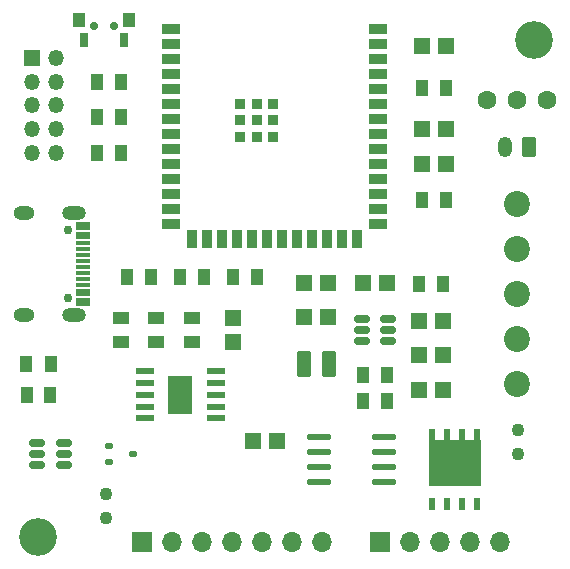
<source format=gts>
G04 #@! TF.GenerationSoftware,KiCad,Pcbnew,8.0.8*
G04 #@! TF.CreationDate,2025-03-24T19:57:08+01:00*
G04 #@! TF.ProjectId,cheap-wled-controller,63686561-702d-4776-9c65-642d636f6e74,rev?*
G04 #@! TF.SameCoordinates,Original*
G04 #@! TF.FileFunction,Soldermask,Top*
G04 #@! TF.FilePolarity,Negative*
%FSLAX46Y46*%
G04 Gerber Fmt 4.6, Leading zero omitted, Abs format (unit mm)*
G04 Created by KiCad (PCBNEW 8.0.8) date 2025-03-24 19:57:08*
%MOMM*%
%LPD*%
G01*
G04 APERTURE LIST*
G04 Aperture macros list*
%AMRoundRect*
0 Rectangle with rounded corners*
0 $1 Rounding radius*
0 $2 $3 $4 $5 $6 $7 $8 $9 X,Y pos of 4 corners*
0 Add a 4 corners polygon primitive as box body*
4,1,4,$2,$3,$4,$5,$6,$7,$8,$9,$2,$3,0*
0 Add four circle primitives for the rounded corners*
1,1,$1+$1,$2,$3*
1,1,$1+$1,$4,$5*
1,1,$1+$1,$6,$7*
1,1,$1+$1,$8,$9*
0 Add four rect primitives between the rounded corners*
20,1,$1+$1,$2,$3,$4,$5,0*
20,1,$1+$1,$4,$5,$6,$7,0*
20,1,$1+$1,$6,$7,$8,$9,0*
20,1,$1+$1,$8,$9,$2,$3,0*%
G04 Aperture macros list end*
%ADD10R,1.410000X1.350000*%
%ADD11R,1.380000X1.130000*%
%ADD12R,1.130000X1.380000*%
%ADD13R,1.350000X1.350000*%
%ADD14O,1.350000X1.350000*%
%ADD15RoundRect,0.150000X-0.512500X-0.150000X0.512500X-0.150000X0.512500X0.150000X-0.512500X0.150000X0*%
%ADD16C,3.200000*%
%ADD17RoundRect,0.250000X-0.375000X-0.850000X0.375000X-0.850000X0.375000X0.850000X-0.375000X0.850000X0*%
%ADD18C,0.750000*%
%ADD19O,2.000000X1.200000*%
%ADD20O,1.800000X1.200000*%
%ADD21R,1.300000X0.300000*%
%ADD22C,0.700000*%
%ADD23R,0.800000X1.300000*%
%ADD24R,1.000000X1.200000*%
%ADD25R,1.700000X1.700000*%
%ADD26O,1.700000X1.700000*%
%ADD27C,1.100000*%
%ADD28R,1.500000X0.900000*%
%ADD29R,0.900000X1.500000*%
%ADD30R,0.900000X0.900000*%
%ADD31R,0.600000X1.000000*%
%ADD32R,4.410000X4.000000*%
%ADD33R,1.500000X0.600000*%
%ADD34R,2.100000X3.300000*%
%ADD35C,1.600000*%
%ADD36RoundRect,0.112500X-0.237500X0.112500X-0.237500X-0.112500X0.237500X-0.112500X0.237500X0.112500X0*%
%ADD37RoundRect,0.250000X0.350000X0.625000X-0.350000X0.625000X-0.350000X-0.625000X0.350000X-0.625000X0*%
%ADD38O,1.200000X1.750000*%
%ADD39R,1.000000X1.400000*%
%ADD40R,1.350000X1.410000*%
%ADD41C,2.200000*%
%ADD42O,2.050000X0.590000*%
G04 APERTURE END LIST*
D10*
G04 #@! TO.C,C8*
X47230449Y-38716816D03*
X49230449Y-38716816D03*
G04 #@! TD*
D11*
G04 #@! TO.C,R4*
X25000000Y-40500000D03*
X25000000Y-38500000D03*
G04 #@! TD*
G04 #@! TO.C,R5*
X28000000Y-40500000D03*
X28000000Y-38500000D03*
G04 #@! TD*
D12*
G04 #@! TO.C,R14*
X14000000Y-45000000D03*
X16000000Y-45000000D03*
G04 #@! TD*
D10*
G04 #@! TO.C,C29*
X37500000Y-35500000D03*
X39500000Y-35500000D03*
G04 #@! TD*
D13*
G04 #@! TO.C,J4*
X14500000Y-16500000D03*
D14*
X16500000Y-16500000D03*
X14500000Y-18500000D03*
X16500000Y-18500000D03*
X14500000Y-20500000D03*
X16500000Y-20500000D03*
X14500000Y-22500000D03*
X16500000Y-22500000D03*
X14500000Y-24500000D03*
X16500000Y-24500000D03*
G04 #@! TD*
D15*
G04 #@! TO.C,U1*
X14862500Y-49050000D03*
X14862500Y-50000000D03*
X14862500Y-50950000D03*
X17137500Y-50950000D03*
X17137500Y-50000000D03*
X17137500Y-49050000D03*
G04 #@! TD*
D12*
G04 #@! TO.C,R6*
X47500000Y-19000000D03*
X49500000Y-19000000D03*
G04 #@! TD*
G04 #@! TO.C,R20*
X47230449Y-35616816D03*
X49230449Y-35616816D03*
G04 #@! TD*
D10*
G04 #@! TO.C,C4*
X47230449Y-44616816D03*
X49230449Y-44616816D03*
G04 #@! TD*
D16*
G04 #@! TO.C,H3*
X15000000Y-57000000D03*
G04 #@! TD*
D10*
G04 #@! TO.C,C1*
X33200000Y-48900000D03*
X35200000Y-48900000D03*
G04 #@! TD*
D17*
G04 #@! TO.C,L2*
X37483856Y-42375092D03*
X39633856Y-42375092D03*
G04 #@! TD*
D18*
G04 #@! TO.C,J2*
X17480000Y-31030000D03*
X17480000Y-36830000D03*
D19*
X17980000Y-29600000D03*
X17980000Y-38260000D03*
D20*
X13800000Y-38260000D03*
X13800000Y-29600000D03*
D21*
X18740000Y-30580000D03*
X18740000Y-31380000D03*
X18740000Y-32680000D03*
X18740000Y-33680000D03*
X18740000Y-34180000D03*
X18740000Y-35180000D03*
X18740000Y-36480000D03*
X18740000Y-37280000D03*
X18740000Y-36980000D03*
X18740000Y-36180000D03*
X18740000Y-35680000D03*
X18740000Y-34680000D03*
X18740000Y-33180000D03*
X18740000Y-32180000D03*
X18740000Y-31680000D03*
X18740000Y-30880000D03*
G04 #@! TD*
D22*
G04 #@! TO.C,SW1*
X19722500Y-13785000D03*
X21422500Y-13785000D03*
D23*
X18892500Y-14985000D03*
X22252500Y-14985000D03*
D24*
X22672500Y-13285000D03*
X18472500Y-13285000D03*
G04 #@! TD*
D12*
G04 #@! TO.C,R13*
X42500000Y-43300000D03*
X44500000Y-43300000D03*
G04 #@! TD*
D11*
G04 #@! TO.C,R3*
X22000000Y-40500000D03*
X22000000Y-38500000D03*
G04 #@! TD*
D25*
G04 #@! TO.C,J6*
X43950000Y-57500000D03*
D26*
X46490000Y-57500000D03*
X49030000Y-57500000D03*
X51570000Y-57500000D03*
X54110000Y-57500000D03*
G04 #@! TD*
D12*
G04 #@! TO.C,R10*
X27000000Y-35000000D03*
X29000000Y-35000000D03*
G04 #@! TD*
D27*
G04 #@! TO.C,C11*
X20700000Y-53400000D03*
X20700000Y-55400000D03*
G04 #@! TD*
D12*
G04 #@! TO.C,R15*
X33500000Y-35000000D03*
X31500000Y-35000000D03*
G04 #@! TD*
D27*
G04 #@! TO.C,C10*
X55600000Y-50000000D03*
X55600000Y-48000000D03*
G04 #@! TD*
D25*
G04 #@! TO.C,J8*
X23760000Y-57475000D03*
D26*
X26300000Y-57475000D03*
X28840000Y-57475000D03*
X31380000Y-57475000D03*
X33920000Y-57475000D03*
X36460000Y-57475000D03*
X39000000Y-57475000D03*
G04 #@! TD*
D10*
G04 #@! TO.C,C7*
X47500000Y-15500000D03*
X49500000Y-15500000D03*
G04 #@! TD*
D12*
G04 #@! TO.C,R2*
X20000000Y-24500000D03*
X22000000Y-24500000D03*
G04 #@! TD*
D28*
G04 #@! TO.C,U5*
X26250000Y-14047500D03*
X26250000Y-15317500D03*
X26250000Y-16587500D03*
X26250000Y-17857500D03*
X26250000Y-19127500D03*
X26250000Y-20397500D03*
X26250000Y-21667500D03*
X26250000Y-22937500D03*
X26250000Y-24207500D03*
X26250000Y-25477500D03*
X26250000Y-26747500D03*
X26250000Y-28017500D03*
X26250000Y-29287500D03*
X26250000Y-30557500D03*
D29*
X28010000Y-31827500D03*
X29280000Y-31827500D03*
X30550000Y-31827500D03*
X31820000Y-31827500D03*
X33090000Y-31827500D03*
X34370000Y-31827500D03*
X35630000Y-31827500D03*
X36900000Y-31827500D03*
X38170000Y-31827500D03*
X39450000Y-31827500D03*
X40720000Y-31827500D03*
X41990000Y-31797500D03*
D28*
X43750000Y-30557500D03*
X43750000Y-29287500D03*
X43750000Y-28017500D03*
X43750000Y-26747500D03*
X43750000Y-25477500D03*
X43750000Y-24207500D03*
X43750000Y-22937500D03*
X43750000Y-21667500D03*
X43750000Y-20397500D03*
X43750000Y-19127500D03*
X43750000Y-17857500D03*
X43750000Y-16587500D03*
X43750000Y-15317500D03*
X43750000Y-14047500D03*
D30*
X32100000Y-20367500D03*
X32100000Y-21767500D03*
X32100000Y-23167500D03*
X33500000Y-20367500D03*
X33500000Y-21767500D03*
X33500000Y-23167500D03*
X34900000Y-20367500D03*
X34900000Y-21767500D03*
X34900000Y-23167500D03*
G04 #@! TD*
D31*
G04 #@! TO.C,Q3*
X52150345Y-54280345D03*
X48340345Y-48440345D03*
X49620345Y-48440345D03*
D32*
X50250345Y-50750345D03*
D31*
X50880345Y-48440345D03*
X52150345Y-48440345D03*
X48340345Y-54280345D03*
X49620345Y-54280345D03*
X50880345Y-54280345D03*
G04 #@! TD*
D12*
G04 #@! TO.C,R7*
X47500000Y-28500000D03*
X49500000Y-28500000D03*
G04 #@! TD*
G04 #@! TO.C,R22*
X42500000Y-45500000D03*
X44500000Y-45500000D03*
G04 #@! TD*
D33*
G04 #@! TO.C,U3*
X24000000Y-43000000D03*
X24000000Y-44000000D03*
X24000000Y-45000000D03*
X24000000Y-46000000D03*
X24000000Y-47000000D03*
X30000000Y-47000000D03*
X30000000Y-46000000D03*
X30000000Y-45000000D03*
X30000000Y-44000000D03*
X30000000Y-43000000D03*
D34*
X27000000Y-45000000D03*
G04 #@! TD*
D12*
G04 #@! TO.C,R16*
X22000000Y-21500000D03*
X20000000Y-21500000D03*
G04 #@! TD*
D15*
G04 #@! TO.C,U7*
X42362500Y-38550000D03*
X42362500Y-39500000D03*
X42362500Y-40450000D03*
X44637500Y-40450000D03*
X44637500Y-39500000D03*
X44637500Y-38550000D03*
G04 #@! TD*
D12*
G04 #@! TO.C,R17*
X22000000Y-18500000D03*
X20000000Y-18500000D03*
G04 #@! TD*
D35*
G04 #@! TO.C,LED1*
X58040000Y-20000000D03*
X55500000Y-20000000D03*
X52960000Y-20000000D03*
G04 #@! TD*
D12*
G04 #@! TO.C,R11*
X22500000Y-35000000D03*
X24500000Y-35000000D03*
G04 #@! TD*
D10*
G04 #@! TO.C,C6*
X47500000Y-25500000D03*
X49500000Y-25500000D03*
G04 #@! TD*
D36*
G04 #@! TO.C,D1*
X21000000Y-49350000D03*
X21000000Y-50650000D03*
X23000000Y-50000000D03*
G04 #@! TD*
D10*
G04 #@! TO.C,C5*
X42500000Y-35500000D03*
X44500000Y-35500000D03*
G04 #@! TD*
D37*
G04 #@! TO.C,J7*
X56500000Y-24050000D03*
D38*
X54500000Y-24050000D03*
G04 #@! TD*
D39*
G04 #@! TO.C,D2*
X16050000Y-42400000D03*
X13950000Y-42400000D03*
G04 #@! TD*
D10*
G04 #@! TO.C,C3*
X47500000Y-22500000D03*
X49500000Y-22500000D03*
G04 #@! TD*
D40*
G04 #@! TO.C,C2*
X31500000Y-40500000D03*
X31500000Y-38500000D03*
G04 #@! TD*
D10*
G04 #@! TO.C,C9*
X47230449Y-41666816D03*
X49230449Y-41666816D03*
G04 #@! TD*
D41*
G04 #@! TO.C,J10*
X55500000Y-28880000D03*
X55500000Y-32690000D03*
X55500000Y-36500000D03*
X55500000Y-40310000D03*
X55500000Y-44120000D03*
G04 #@! TD*
D16*
G04 #@! TO.C,H2*
X57000000Y-15000000D03*
G04 #@! TD*
D10*
G04 #@! TO.C,C30*
X37500000Y-38400000D03*
X39500000Y-38400000D03*
G04 #@! TD*
D42*
G04 #@! TO.C,U4*
X38730000Y-48590000D03*
X38730000Y-49870000D03*
X38730000Y-51130000D03*
X38730000Y-52400000D03*
X44270000Y-52400000D03*
X44270000Y-51130000D03*
X44270000Y-49870000D03*
X44270000Y-48590000D03*
G04 #@! TD*
M02*

</source>
